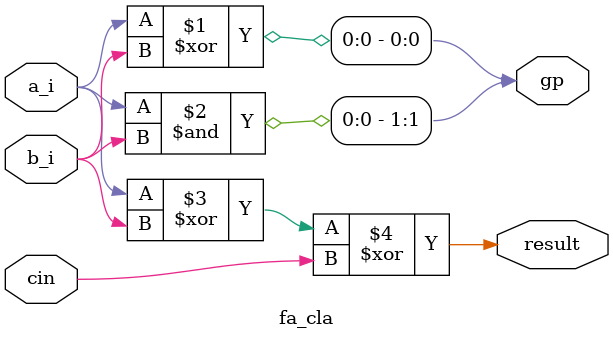
<source format=v>
module fa_cla(a_i,b_i,cin,result,gp);
    input       a_i;
    input       b_i;
    input       cin;
    output      result;
    output  [1:0] gp;

    assign gp[0] = a_i ^ b_i;
    assign gp[1] = a_i & b_i;
    assign result = (a_i ^ b_i) ^ cin;

endmodule
</source>
